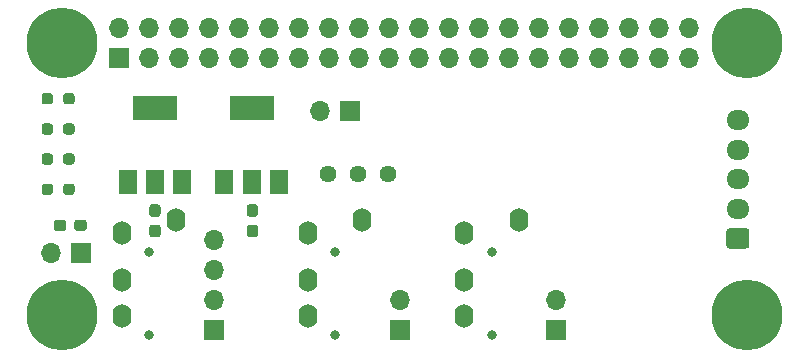
<source format=gbr>
%TF.GenerationSoftware,KiCad,Pcbnew,(5.1.9)-1*%
%TF.CreationDate,2021-06-10T09:26:42-06:00*%
%TF.ProjectId,sl-pi-aprs,736c2d70-692d-4617-9072-732e6b696361,rev?*%
%TF.SameCoordinates,Original*%
%TF.FileFunction,Soldermask,Bot*%
%TF.FilePolarity,Negative*%
%FSLAX46Y46*%
G04 Gerber Fmt 4.6, Leading zero omitted, Abs format (unit mm)*
G04 Created by KiCad (PCBNEW (5.1.9)-1) date 2021-06-10 09:26:42*
%MOMM*%
%LPD*%
G01*
G04 APERTURE LIST*
%ADD10O,1.950000X1.700000*%
%ADD11C,6.000000*%
%ADD12O,1.700000X1.700000*%
%ADD13R,1.700000X1.700000*%
%ADD14C,1.440000*%
%ADD15R,1.500000X2.000000*%
%ADD16R,3.800000X2.000000*%
%ADD17O,1.600000X2.000000*%
%ADD18C,0.800000*%
G04 APERTURE END LIST*
D10*
%TO.C,J9*%
X165354000Y-91600000D03*
X165354000Y-94100000D03*
X165354000Y-96600000D03*
X165354000Y-99100000D03*
G36*
G01*
X166079000Y-102450000D02*
X164629000Y-102450000D01*
G75*
G02*
X164379000Y-102200000I0J250000D01*
G01*
X164379000Y-101000000D01*
G75*
G02*
X164629000Y-100750000I250000J0D01*
G01*
X166079000Y-100750000D01*
G75*
G02*
X166329000Y-101000000I0J-250000D01*
G01*
X166329000Y-102200000D01*
G75*
G02*
X166079000Y-102450000I-250000J0D01*
G01*
G37*
%TD*%
D11*
%TO.C,J2*%
X166130000Y-85080000D03*
X108130000Y-108080000D03*
X166130000Y-108080000D03*
X108130000Y-85080000D03*
D12*
X161260000Y-83810000D03*
X161260000Y-86350000D03*
X143480000Y-83810000D03*
X143480000Y-86350000D03*
X138400000Y-83810000D03*
X138400000Y-86350000D03*
X148560000Y-83810000D03*
X148560000Y-86350000D03*
X120620000Y-83810000D03*
X120620000Y-86350000D03*
X151100000Y-83810000D03*
X151100000Y-86350000D03*
X133320000Y-83810000D03*
X133320000Y-86350000D03*
X156180000Y-83810000D03*
X156180000Y-86350000D03*
X153640000Y-83810000D03*
X153640000Y-86350000D03*
X158720000Y-83810000D03*
X158720000Y-86350000D03*
X135860000Y-83810000D03*
X135860000Y-86350000D03*
X123160000Y-83810000D03*
X123160000Y-86350000D03*
X128240000Y-83810000D03*
X128240000Y-86350000D03*
X146020000Y-83810000D03*
X146020000Y-86350000D03*
X125700000Y-83810000D03*
X125700000Y-86350000D03*
X140940000Y-83810000D03*
X140940000Y-86350000D03*
D13*
X113000000Y-86350000D03*
D12*
X113000000Y-83810000D03*
X118080000Y-86350000D03*
X115540000Y-83810000D03*
X130780000Y-83810000D03*
X130780000Y-86350000D03*
X115540000Y-86350000D03*
X118080000Y-83810000D03*
%TD*%
D14*
%TO.C,RV1*%
X130670000Y-96100000D03*
X133210000Y-96100000D03*
X135750000Y-96100000D03*
%TD*%
%TO.C,C1*%
G36*
G01*
X108512500Y-100262500D02*
X108512500Y-100737500D01*
G75*
G02*
X108275000Y-100975000I-237500J0D01*
G01*
X107675000Y-100975000D01*
G75*
G02*
X107437500Y-100737500I0J237500D01*
G01*
X107437500Y-100262500D01*
G75*
G02*
X107675000Y-100025000I237500J0D01*
G01*
X108275000Y-100025000D01*
G75*
G02*
X108512500Y-100262500I0J-237500D01*
G01*
G37*
G36*
G01*
X110237500Y-100262500D02*
X110237500Y-100737500D01*
G75*
G02*
X110000000Y-100975000I-237500J0D01*
G01*
X109400000Y-100975000D01*
G75*
G02*
X109162500Y-100737500I0J237500D01*
G01*
X109162500Y-100262500D01*
G75*
G02*
X109400000Y-100025000I237500J0D01*
G01*
X110000000Y-100025000D01*
G75*
G02*
X110237500Y-100262500I0J-237500D01*
G01*
G37*
%TD*%
D15*
%TO.C,U2*%
X126490000Y-96835000D03*
X121890000Y-96835000D03*
X124190000Y-96835000D03*
D16*
X124190000Y-90535000D03*
%TD*%
D15*
%TO.C,U1*%
X118290000Y-96835000D03*
X113690000Y-96835000D03*
X115990000Y-96835000D03*
D16*
X115990000Y-90535000D03*
%TD*%
%TO.C,R8*%
G36*
G01*
X106400000Y-90002500D02*
X106400000Y-89527500D01*
G75*
G02*
X106637500Y-89290000I237500J0D01*
G01*
X107137500Y-89290000D01*
G75*
G02*
X107375000Y-89527500I0J-237500D01*
G01*
X107375000Y-90002500D01*
G75*
G02*
X107137500Y-90240000I-237500J0D01*
G01*
X106637500Y-90240000D01*
G75*
G02*
X106400000Y-90002500I0J237500D01*
G01*
G37*
G36*
G01*
X108225000Y-90002500D02*
X108225000Y-89527500D01*
G75*
G02*
X108462500Y-89290000I237500J0D01*
G01*
X108962500Y-89290000D01*
G75*
G02*
X109200000Y-89527500I0J-237500D01*
G01*
X109200000Y-90002500D01*
G75*
G02*
X108962500Y-90240000I-237500J0D01*
G01*
X108462500Y-90240000D01*
G75*
G02*
X108225000Y-90002500I0J237500D01*
G01*
G37*
%TD*%
%TO.C,R7*%
G36*
G01*
X108224800Y-97680500D02*
X108224800Y-97205500D01*
G75*
G02*
X108462300Y-96968000I237500J0D01*
G01*
X108962300Y-96968000D01*
G75*
G02*
X109199800Y-97205500I0J-237500D01*
G01*
X109199800Y-97680500D01*
G75*
G02*
X108962300Y-97918000I-237500J0D01*
G01*
X108462300Y-97918000D01*
G75*
G02*
X108224800Y-97680500I0J237500D01*
G01*
G37*
G36*
G01*
X106399800Y-97680500D02*
X106399800Y-97205500D01*
G75*
G02*
X106637300Y-96968000I237500J0D01*
G01*
X107137300Y-96968000D01*
G75*
G02*
X107374800Y-97205500I0J-237500D01*
G01*
X107374800Y-97680500D01*
G75*
G02*
X107137300Y-97918000I-237500J0D01*
G01*
X106637300Y-97918000D01*
G75*
G02*
X106399800Y-97680500I0J237500D01*
G01*
G37*
%TD*%
%TO.C,R5*%
G36*
G01*
X108225000Y-92572500D02*
X108225000Y-92097500D01*
G75*
G02*
X108462500Y-91860000I237500J0D01*
G01*
X108962500Y-91860000D01*
G75*
G02*
X109200000Y-92097500I0J-237500D01*
G01*
X109200000Y-92572500D01*
G75*
G02*
X108962500Y-92810000I-237500J0D01*
G01*
X108462500Y-92810000D01*
G75*
G02*
X108225000Y-92572500I0J237500D01*
G01*
G37*
G36*
G01*
X106400000Y-92572500D02*
X106400000Y-92097500D01*
G75*
G02*
X106637500Y-91860000I237500J0D01*
G01*
X107137500Y-91860000D01*
G75*
G02*
X107375000Y-92097500I0J-237500D01*
G01*
X107375000Y-92572500D01*
G75*
G02*
X107137500Y-92810000I-237500J0D01*
G01*
X106637500Y-92810000D01*
G75*
G02*
X106400000Y-92572500I0J237500D01*
G01*
G37*
%TD*%
%TO.C,R3*%
G36*
G01*
X108225000Y-95112500D02*
X108225000Y-94637500D01*
G75*
G02*
X108462500Y-94400000I237500J0D01*
G01*
X108962500Y-94400000D01*
G75*
G02*
X109200000Y-94637500I0J-237500D01*
G01*
X109200000Y-95112500D01*
G75*
G02*
X108962500Y-95350000I-237500J0D01*
G01*
X108462500Y-95350000D01*
G75*
G02*
X108225000Y-95112500I0J237500D01*
G01*
G37*
G36*
G01*
X106400000Y-95112500D02*
X106400000Y-94637500D01*
G75*
G02*
X106637500Y-94400000I237500J0D01*
G01*
X107137500Y-94400000D01*
G75*
G02*
X107375000Y-94637500I0J-237500D01*
G01*
X107375000Y-95112500D01*
G75*
G02*
X107137500Y-95350000I-237500J0D01*
G01*
X106637500Y-95350000D01*
G75*
G02*
X106400000Y-95112500I0J237500D01*
G01*
G37*
%TD*%
D12*
%TO.C,J10*%
X129960000Y-90850000D03*
D13*
X132500000Y-90850000D03*
%TD*%
D12*
%TO.C,J8*%
X150000000Y-106850000D03*
D13*
X150000000Y-109390000D03*
%TD*%
D17*
%TO.C,J7*%
X142200000Y-105150000D03*
D18*
X144500000Y-109750000D03*
X144500000Y-102750000D03*
D17*
X142200000Y-108150000D03*
X142200000Y-101150000D03*
X146800000Y-100050000D03*
%TD*%
D12*
%TO.C,J6*%
X136750000Y-106810000D03*
D13*
X136750000Y-109350000D03*
%TD*%
D17*
%TO.C,J5*%
X128950000Y-105150000D03*
D18*
X131250000Y-109750000D03*
X131250000Y-102750000D03*
D17*
X128950000Y-108150000D03*
X128950000Y-101150000D03*
X133550000Y-100050000D03*
%TD*%
D12*
%TO.C,J4*%
X121000000Y-101730000D03*
X121000000Y-104270000D03*
X121000000Y-106810000D03*
D13*
X121000000Y-109350000D03*
%TD*%
D17*
%TO.C,J3*%
X113200000Y-105150000D03*
D18*
X115500000Y-109750000D03*
X115500000Y-102750000D03*
D17*
X113200000Y-108150000D03*
X113200000Y-101150000D03*
X117800000Y-100050000D03*
%TD*%
D12*
%TO.C,J1*%
X107160000Y-102800000D03*
D13*
X109700000Y-102800000D03*
%TD*%
%TO.C,C3*%
G36*
G01*
X124012500Y-100425000D02*
X124487500Y-100425000D01*
G75*
G02*
X124725000Y-100662500I0J-237500D01*
G01*
X124725000Y-101262500D01*
G75*
G02*
X124487500Y-101500000I-237500J0D01*
G01*
X124012500Y-101500000D01*
G75*
G02*
X123775000Y-101262500I0J237500D01*
G01*
X123775000Y-100662500D01*
G75*
G02*
X124012500Y-100425000I237500J0D01*
G01*
G37*
G36*
G01*
X124012500Y-98700000D02*
X124487500Y-98700000D01*
G75*
G02*
X124725000Y-98937500I0J-237500D01*
G01*
X124725000Y-99537500D01*
G75*
G02*
X124487500Y-99775000I-237500J0D01*
G01*
X124012500Y-99775000D01*
G75*
G02*
X123775000Y-99537500I0J237500D01*
G01*
X123775000Y-98937500D01*
G75*
G02*
X124012500Y-98700000I237500J0D01*
G01*
G37*
%TD*%
%TO.C,C2*%
G36*
G01*
X115762500Y-100425000D02*
X116237500Y-100425000D01*
G75*
G02*
X116475000Y-100662500I0J-237500D01*
G01*
X116475000Y-101262500D01*
G75*
G02*
X116237500Y-101500000I-237500J0D01*
G01*
X115762500Y-101500000D01*
G75*
G02*
X115525000Y-101262500I0J237500D01*
G01*
X115525000Y-100662500D01*
G75*
G02*
X115762500Y-100425000I237500J0D01*
G01*
G37*
G36*
G01*
X115762500Y-98700000D02*
X116237500Y-98700000D01*
G75*
G02*
X116475000Y-98937500I0J-237500D01*
G01*
X116475000Y-99537500D01*
G75*
G02*
X116237500Y-99775000I-237500J0D01*
G01*
X115762500Y-99775000D01*
G75*
G02*
X115525000Y-99537500I0J237500D01*
G01*
X115525000Y-98937500D01*
G75*
G02*
X115762500Y-98700000I237500J0D01*
G01*
G37*
%TD*%
M02*

</source>
